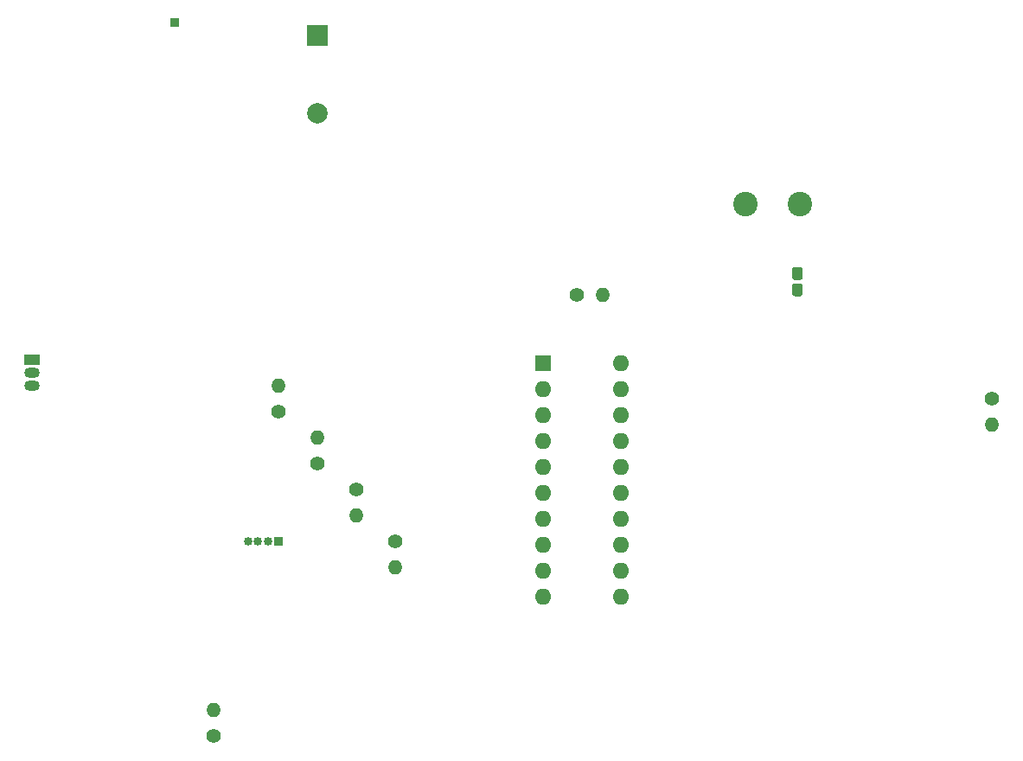
<source format=gbr>
%TF.GenerationSoftware,KiCad,Pcbnew,(5.1.12)-1*%
%TF.CreationDate,2022-11-24T21:41:11-03:00*%
%TF.ProjectId,LED_tree,4c45445f-7472-4656-952e-6b696361645f,rev?*%
%TF.SameCoordinates,Original*%
%TF.FileFunction,Soldermask,Top*%
%TF.FilePolarity,Negative*%
%FSLAX46Y46*%
G04 Gerber Fmt 4.6, Leading zero omitted, Abs format (unit mm)*
G04 Created by KiCad (PCBNEW (5.1.12)-1) date 2022-11-24 21:41:11*
%MOMM*%
%LPD*%
G01*
G04 APERTURE LIST*
%ADD10C,2.400000*%
%ADD11O,0.850000X0.850000*%
%ADD12R,0.850000X0.850000*%
%ADD13O,1.600000X1.600000*%
%ADD14R,1.600000X1.600000*%
%ADD15O,1.400000X1.400000*%
%ADD16C,1.400000*%
%ADD17R,1.500000X1.050000*%
%ADD18O,1.500000X1.050000*%
%ADD19C,2.000000*%
%ADD20R,2.000000X2.000000*%
G04 APERTURE END LIST*
D10*
%TO.C,SW1*%
X150080000Y-49530000D03*
X144780000Y-49530000D03*
%TD*%
D11*
%TO.C,J2*%
X96060000Y-82550000D03*
X97060000Y-82550000D03*
X98060000Y-82550000D03*
D12*
X99060000Y-82550000D03*
%TD*%
%TO.C,J1*%
X88900000Y-31750000D03*
%TD*%
D13*
%TO.C,U1*%
X132580000Y-65150000D03*
X124960000Y-88010000D03*
X132580000Y-67690000D03*
X124960000Y-85470000D03*
X132580000Y-70230000D03*
X124960000Y-82930000D03*
X132580000Y-72770000D03*
X124960000Y-80390000D03*
X132580000Y-75310000D03*
X124960000Y-77850000D03*
X132580000Y-77850000D03*
X124960000Y-75310000D03*
X132580000Y-80390000D03*
X124960000Y-72770000D03*
X132580000Y-82930000D03*
X124960000Y-70230000D03*
X132580000Y-85470000D03*
X124960000Y-67690000D03*
X132580000Y-88010000D03*
D14*
X124960000Y-65150000D03*
%TD*%
D15*
%TO.C,R7*%
X168910000Y-71120000D03*
D16*
X168910000Y-68580000D03*
%TD*%
D15*
%TO.C,R6*%
X110490000Y-85090000D03*
D16*
X110490000Y-82550000D03*
%TD*%
D15*
%TO.C,R5*%
X106680000Y-80010000D03*
D16*
X106680000Y-77470000D03*
%TD*%
D15*
%TO.C,R4*%
X102870000Y-72390000D03*
D16*
X102870000Y-74930000D03*
%TD*%
D15*
%TO.C,R3*%
X99060000Y-67310000D03*
D16*
X99060000Y-69850000D03*
%TD*%
D15*
%TO.C,R2*%
X130810000Y-58420000D03*
D16*
X128270000Y-58420000D03*
%TD*%
D15*
%TO.C,R1*%
X92710000Y-99060000D03*
D16*
X92710000Y-101600000D03*
%TD*%
D17*
%TO.C,Q1*%
X74930000Y-64770000D03*
D18*
X74930000Y-67310000D03*
X74930000Y-66040000D03*
%TD*%
%TO.C,C1*%
G36*
G01*
X150135001Y-56975000D02*
X149584999Y-56975000D01*
G75*
G02*
X149335000Y-56725001I0J249999D01*
G01*
X149335000Y-55974999D01*
G75*
G02*
X149584999Y-55725000I249999J0D01*
G01*
X150135001Y-55725000D01*
G75*
G02*
X150385000Y-55974999I0J-249999D01*
G01*
X150385000Y-56725001D01*
G75*
G02*
X150135001Y-56975000I-249999J0D01*
G01*
G37*
G36*
G01*
X150135001Y-58575000D02*
X149584999Y-58575000D01*
G75*
G02*
X149335000Y-58325001I0J249999D01*
G01*
X149335000Y-57574999D01*
G75*
G02*
X149584999Y-57325000I249999J0D01*
G01*
X150135001Y-57325000D01*
G75*
G02*
X150385000Y-57574999I0J-249999D01*
G01*
X150385000Y-58325001D01*
G75*
G02*
X150135001Y-58575000I-249999J0D01*
G01*
G37*
%TD*%
D19*
%TO.C,BZ1*%
X102870000Y-40620000D03*
D20*
X102870000Y-33020000D03*
%TD*%
M02*

</source>
